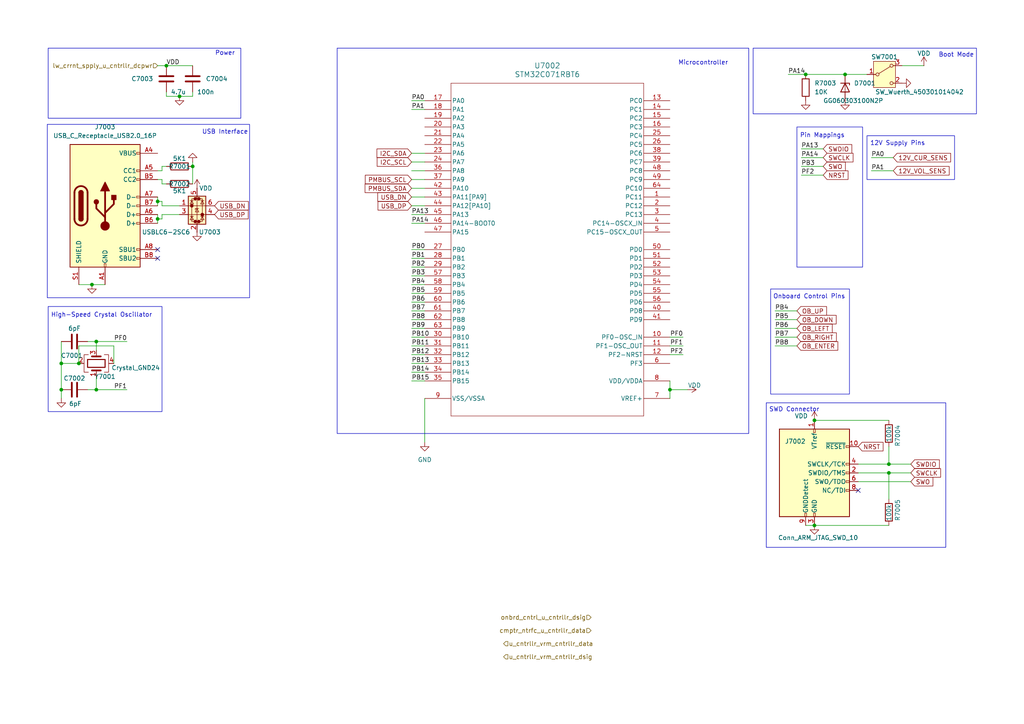
<source format=kicad_sch>
(kicad_sch (version 20231120) (generator "eeschema") (generator_version "8.0")
  (paper "A4")
  (lib_symbols
    (symbol "Connector:Conn_ARM_JTAG_SWD_10" (pin_names (offset 1.016))
      (property "Reference" "J" (at -2.54 16.51 0))
      (property "Value" "Conn_ARM_JTAG_SWD_10" (at -2.54 13.97 0))
      (symbol "Conn_ARM_JTAG_SWD_10_0_1"
        (rectangle (start -10.16 12.7) (end 10.16 -12.7) (stroke (width 0.254)) (fill (type background)))
        (rectangle (start -2.794 -12.7) (end -2.286 -11.684))
        (rectangle (start -0.254 -12.7) (end 0.254 -11.684))
        (rectangle (start -0.254 12.7) (end 0.254 11.684))
        (rectangle (start 9.144 2.286) (end 10.16 2.794))
        (rectangle (start 10.16 -2.794) (end 9.144 -2.286))
        (rectangle (start 10.16 -0.254) (end 9.144 0.254))
        (rectangle (start 10.16 7.874) (end 9.144 7.366))
      )
      (symbol "Conn_ARM_JTAG_SWD_10_1_1"
        (rectangle (start 9.144 -5.334) (end 10.16 -4.826))
        (pin power_in line (at 0 15.24 270) (length 2.54) (name "VTref") (number "1"))
        (pin open_collector line (at 12.7 7.62 180) (length 2.54) (name "~{RESET}") (number "10"))
        (pin bidirectional line (at 12.7 0 180) (length 2.54) (name "SWDIO/TMS") (number "2"))
        (pin power_in line (at 0 -15.24 90) (length 2.54) (name "GND") (number "3"))
        (pin output line (at 12.7 2.54 180) (length 2.54) (name "SWCLK/TCK") (number "4"))
        (pin passive line (at 0 -15.24 90) (length 2.54) hide (name "GND") (number "5"))
        (pin input line (at 12.7 -2.54 180) (length 2.54) (name "SWO/TDO") (number "6"))
        (pin no_connect line (at -10.16 0 0) (length 2.54) hide (name "KEY") (number "7"))
        (pin output line (at 12.7 -5.08 180) (length 2.54) (name "NC/TDI") (number "8"))
        (pin passive line (at -2.54 -15.24 90) (length 2.54) (name "GNDDetect") (number "9"))
      )
    )
    (symbol "Connector:USB_C_Receptacle_USB2.0_16P" (pin_names (offset 1.016))
      (property "Reference" "J" (at 0 22.225 0))
      (property "Value" "USB_C_Receptacle_USB2.0_16P" (at 0 19.685 0))
      (symbol "USB_C_Receptacle_USB2.0_16P_0_0"
        (rectangle (start -0.254 -17.78) (end 0.254 -16.764))
        (rectangle (start 10.16 -14.986) (end 9.144 -15.494))
        (rectangle (start 10.16 -12.446) (end 9.144 -12.954))
        (rectangle (start 10.16 -4.826) (end 9.144 -5.334))
        (rectangle (start 10.16 -2.286) (end 9.144 -2.794))
        (rectangle (start 10.16 0.254) (end 9.144 -0.254))
        (rectangle (start 10.16 2.794) (end 9.144 2.286))
        (rectangle (start 10.16 7.874) (end 9.144 7.366))
        (rectangle (start 10.16 10.414) (end 9.144 9.906))
        (rectangle (start 10.16 15.494) (end 9.144 14.986))
      )
      (symbol "USB_C_Receptacle_USB2.0_16P_0_1"
        (rectangle (start -10.16 17.78) (end 10.16 -17.78) (stroke (width 0.254)) (fill (type background)))
        (arc (start -8.89 -3.81) (mid -6.985 -5.7067) (end -5.08 -3.81) (stroke (width 0.508)))
        (arc (start -7.62 -3.81) (mid -6.985 -4.4423) (end -6.35 -3.81) (stroke (width 0.254)))
        (arc (start -7.62 -3.81) (mid -6.985 -4.4423) (end -6.35 -3.81) (stroke (width 0.254)) (fill (type outline)))
        (rectangle (start -7.62 -3.81) (end -6.35 3.81) (stroke (width 0.254)) (fill (type outline)))
        (arc (start -6.35 3.81) (mid -6.985 4.4423) (end -7.62 3.81) (stroke (width 0.254)))
        (arc (start -6.35 3.81) (mid -6.985 4.4423) (end -7.62 3.81) (stroke (width 0.254)) (fill (type outline)))
        (arc (start -5.08 3.81) (mid -6.985 5.7067) (end -8.89 3.81) (stroke (width 0.508)))
        (circle (center -2.54 1.143) (radius 0.635) (stroke (width 0.254)) (fill (type outline)))
        (circle (center 0 -5.842) (radius 1.27) (fill (type outline)))
        (polyline (pts (xy -8.89 -3.81) (xy -8.89 3.81)) (stroke (width 0.508)))
        (polyline (pts (xy -5.08 3.81) (xy -5.08 -3.81)) (stroke (width 0.508)))
        (polyline (pts (xy 0 -5.842) (xy 0 4.318)) (stroke (width 0.508)))
        (polyline (pts (xy 0 -3.302) (xy -2.54 -0.762) (xy -2.54 0.508)) (stroke (width 0.508)))
        (polyline (pts (xy 0 -2.032) (xy 2.54 0.508) (xy 2.54 1.778)) (stroke (width 0.508)))
        (polyline (pts (xy -1.27 4.318) (xy 0 6.858) (xy 1.27 4.318) (xy -1.27 4.318)) (stroke (width 0.254)) (fill (type outline)))
        (rectangle (start 1.905 1.778) (end 3.175 3.048) (stroke (width 0.254)) (fill (type outline)))
      )
      (symbol "USB_C_Receptacle_USB2.0_16P_1_1"
        (pin passive line (at 0 -22.86 90) (length 5.08) (name "GND") (number "A1"))
        (pin passive line (at 0 -22.86 90) (length 5.08) hide (name "GND") (number "A12"))
        (pin passive line (at 15.24 15.24 180) (length 5.08) (name "VBUS") (number "A4"))
        (pin bidirectional line (at 15.24 10.16 180) (length 5.08) (name "CC1") (number "A5"))
        (pin bidirectional line (at 15.24 -2.54 180) (length 5.08) (name "D+") (number "A6"))
        (pin bidirectional line (at 15.24 2.54 180) (length 5.08) (name "D-") (number "A7"))
        (pin bidirectional line (at 15.24 -12.7 180) (length 5.08) (name "SBU1") (number "A8"))
        (pin passive line (at 15.24 15.24 180) (length 5.08) hide (name "VBUS") (number "A9"))
        (pin passive line (at 0 -22.86 90) (length 5.08) hide (name "GND") (number "B1"))
        (pin passive line (at 0 -22.86 90) (length 5.08) hide (name "GND") (number "B12"))
        (pin passive line (at 15.24 15.24 180) (length 5.08) hide (name "VBUS") (number "B4"))
        (pin bidirectional line (at 15.24 7.62 180) (length 5.08) (name "CC2") (number "B5"))
        (pin bidirectional line (at 15.24 -5.08 180) (length 5.08) (name "D+") (number "B6"))
        (pin bidirectional line (at 15.24 0 180) (length 5.08) (name "D-") (number "B7"))
        (pin bidirectional line (at 15.24 -15.24 180) (length 5.08) (name "SBU2") (number "B8"))
        (pin passive line (at 15.24 15.24 180) (length 5.08) hide (name "VBUS") (number "B9"))
        (pin passive line (at -7.62 -22.86 90) (length 5.08) (name "SHIELD") (number "S1"))
      )
    )
    (symbol "Device:C" (pin_numbers hide) (pin_names (offset 0.254))
      (property "Reference" "C" (at 0.635 2.54 0))
      (property "Value" "C" (at 0.635 -2.54 0))
      (symbol "C_0_1"
        (polyline (pts (xy -2.032 -0.762) (xy 2.032 -0.762)) (stroke (width 0.508)))
        (polyline (pts (xy -2.032 0.762) (xy 2.032 0.762)) (stroke (width 0.508)))
      )
      (symbol "C_1_1"
        (pin passive line (at 0 3.81 270) (length 2.794) (name "~") (number "1"))
        (pin passive line (at 0 -3.81 90) (length 2.794) (name "~") (number "2"))
      )
    )
    (symbol "Device:Crystal_GND24" (pin_names (offset 1.016) hide)
      (property "Reference" "Y" (at 3.175 5.08 0))
      (property "Value" "Crystal_GND24" (at 3.175 3.175 0))
      (symbol "Crystal_GND24_0_1"
        (rectangle (start -1.143 2.54) (end 1.143 -2.54) (stroke (width 0.3048)))
        (polyline (pts (xy -2.54 0) (xy -2.032 0)))
        (polyline (pts (xy -2.032 -1.27) (xy -2.032 1.27)) (stroke (width 0.508)))
        (polyline (pts (xy 0 -3.81) (xy 0 -3.556)))
        (polyline (pts (xy 0 3.556) (xy 0 3.81)))
        (polyline (pts (xy 2.032 -1.27) (xy 2.032 1.27)) (stroke (width 0.508)))
        (polyline (pts (xy 2.032 0) (xy 2.54 0)))
        (polyline (pts (xy -2.54 -2.286) (xy -2.54 -3.556) (xy 2.54 -3.556) (xy 2.54 -2.286)))
        (polyline (pts (xy -2.54 2.286) (xy -2.54 3.556) (xy 2.54 3.556) (xy 2.54 2.286)))
      )
      (symbol "Crystal_GND24_1_1"
        (pin passive line (at -3.81 0 0) (length 1.27) (name "1") (number "1"))
        (pin passive line (at 0 5.08 270) (length 1.27) (name "2") (number "2"))
        (pin passive line (at 3.81 0 180) (length 1.27) (name "3") (number "3"))
        (pin passive line (at 0 -5.08 90) (length 1.27) (name "4") (number "4"))
      )
    )
    (symbol "Device:D_Zener" (pin_numbers hide) (pin_names (offset 1.016) hide)
      (property "Reference" "D" (at 0 2.54 0))
      (property "Value" "D_Zener" (at 0 -2.54 0))
      (symbol "D_Zener_0_1"
        (polyline (pts (xy 1.27 0) (xy -1.27 0)))
        (polyline (pts (xy -1.27 -1.27) (xy -1.27 1.27) (xy -0.762 1.27)) (stroke (width 0.254)))
        (polyline (pts (xy 1.27 -1.27) (xy 1.27 1.27) (xy -1.27 0) (xy 1.27 -1.27)) (stroke (width 0.254)))
      )
      (symbol "D_Zener_1_1"
        (pin passive line (at -3.81 0 0) (length 2.54) (name "K") (number "1"))
        (pin passive line (at 3.81 0 180) (length 2.54) (name "A") (number "2"))
      )
    )
    (symbol "Device:R" (pin_numbers hide) (pin_names (offset 0))
      (property "Reference" "R" (at 2.032 0 90))
      (property "Value" "R" (at 0 0 90))
      (symbol "R_0_1"
        (rectangle (start -1.016 -2.54) (end 1.016 2.54) (stroke (width 0.254)))
      )
      (symbol "R_1_1"
        (pin passive line (at 0 3.81 270) (length 1.27) (name "~") (number "1"))
        (pin passive line (at 0 -3.81 90) (length 1.27) (name "~") (number "2"))
      )
    )
    (symbol "Power_Protection:USBLC6-2SC6" (pin_names hide)
      (property "Reference" "U" (at 0.635 5.715 0))
      (property "Value" "USBLC6-2SC6" (at 0.635 3.81 0))
      (symbol "USBLC6-2SC6_0_0"
        (circle (center -1.524 0) (radius 0.0001) (stroke (width 0.508)))
        (circle (center -0.508 -4.572) (radius 0.0001) (stroke (width 0.508)))
        (circle (center -0.508 2.032) (radius 0.0001) (stroke (width 0.508)))
        (circle (center 0.508 -4.572) (radius 0.0001) (stroke (width 0.508)))
        (circle (center 0.508 2.032) (radius 0.0001) (stroke (width 0.508)))
        (circle (center 1.524 -2.54) (radius 0.0001) (stroke (width 0.508)))
      )
      (symbol "USBLC6-2SC6_0_1"
        (polyline (pts (xy -2.54 -2.54) (xy 2.54 -2.54)))
        (polyline (pts (xy -2.54 0) (xy 2.54 0)))
        (polyline (pts (xy -2.032 -3.048) (xy -1.016 -3.048)))
        (polyline (pts (xy -1.016 1.524) (xy -2.032 1.524)))
        (polyline (pts (xy 1.016 -3.048) (xy 2.032 -3.048)))
        (polyline (pts (xy 1.016 1.524) (xy 2.032 1.524)))
        (polyline (pts (xy -0.508 -1.143) (xy -0.508 -0.762) (xy 0.508 -0.762)))
        (polyline (pts (xy -2.032 0.508) (xy -1.016 0.508) (xy -1.524 1.524) (xy -2.032 0.508)))
        (polyline (pts (xy -1.016 -4.064) (xy -2.032 -4.064) (xy -1.524 -3.048) (xy -1.016 -4.064)))
        (polyline (pts (xy 0.508 -1.778) (xy -0.508 -1.778) (xy 0 -0.762) (xy 0.508 -1.778)))
        (polyline (pts (xy 2.032 -4.064) (xy 1.016 -4.064) (xy 1.524 -3.048) (xy 2.032 -4.064)))
        (polyline (pts (xy 2.032 0.508) (xy 1.016 0.508) (xy 1.524 1.524) (xy 2.032 0.508)))
        (polyline (pts (xy 0 2.54) (xy -0.508 2.032) (xy 0.508 2.032) (xy 0 1.524) (xy 0 -4.064) (xy -0.508 -4.572) (xy 0.508 -4.572) (xy 0 -5.08)))
      )
      (symbol "USBLC6-2SC6_1_1"
        (rectangle (start -2.54 2.794) (end 2.54 -5.334) (stroke (width 0.254)) (fill (type background)))
        (polyline (pts (xy -0.508 2.032) (xy -1.524 2.032) (xy -1.524 -4.572) (xy -0.508 -4.572)))
        (polyline (pts (xy 0.508 -4.572) (xy 1.524 -4.572) (xy 1.524 2.032) (xy 0.508 2.032)))
        (pin passive line (at -5.08 0 0) (length 2.54) (name "I/O1") (number "1"))
        (pin passive line (at 0 -7.62 90) (length 2.54) (name "GND") (number "2"))
        (pin passive line (at -5.08 -2.54 0) (length 2.54) (name "I/O2") (number "3"))
        (pin passive line (at 5.08 -2.54 180) (length 2.54) (name "I/O2") (number "4"))
        (pin passive line (at 0 5.08 270) (length 2.54) (name "VBUS") (number "5"))
        (pin passive line (at 5.08 0 180) (length 2.54) (name "I/O1") (number "6"))
      )
    )
    (symbol "Switch:SW_Wuerth_450301014042" (pin_names (offset 1) hide)
      (property "Reference" "SW" (at 0 5.08 0))
      (property "Value" "SW_Wuerth_450301014042" (at 0 -5.08 0))
      (symbol "SW_Wuerth_450301014042_0_1"
        (circle (center -2.032 0) (radius 0.4572))
        (polyline (pts (xy -1.651 0.254) (xy 1.651 2.286)))
        (circle (center 2.032 -2.54) (radius 0.4572))
        (circle (center 2.032 2.54) (radius 0.4572))
      )
      (symbol "SW_Wuerth_450301014042_1_1"
        (rectangle (start -3.175 3.81) (end 3.175 -3.81) (fill (type background)))
        (pin passive line (at -5.08 0 0) (length 2.54) (name "B") (number "1"))
        (pin passive line (at 5.08 -2.54 180) (length 2.54) (name "C") (number "2"))
        (pin passive line (at 5.08 2.54 180) (length 2.54) (name "A") (number "3"))
      )
    )
    (symbol "Symbol_Library:STM32C071RBT6" (pin_names (offset 0.254))
      (property "Reference" "U" (at 35.56 10.16 0))
      (property "Value" "STM32C071RBT6" (at 35.56 7.62 0))
      (symbol "STM32C071RBT6_0_1"
        (polyline (pts (xy 7.62 -91.44) (xy 63.5 -91.44)) (stroke (width 0.127)))
        (polyline (pts (xy 7.62 5.08) (xy 7.62 -91.44)) (stroke (width 0.127)))
        (polyline (pts (xy 63.5 -91.44) (xy 63.5 5.08)) (stroke (width 0.127)))
        (polyline (pts (xy 63.5 5.08) (xy 7.62 5.08)) (stroke (width 0.127)))
        (pin bidirectional line (at 71.12 -27.94 180) (length 7.62) (name "PC11") (number "1"))
        (pin bidirectional line (at 71.12 -68.58 180) (length 7.62) (name "PF0-OSC_IN") (number "10"))
        (pin bidirectional line (at 71.12 -71.12 180) (length 7.62) (name "PF1-OSC_OUT") (number "11"))
        (pin bidirectional line (at 71.12 -73.66 180) (length 7.62) (name "PF2-NRST") (number "12"))
        (pin bidirectional line (at 71.12 0 180) (length 7.62) (name "PC0") (number "13"))
        (pin bidirectional line (at 71.12 -2.54 180) (length 7.62) (name "PC1") (number "14"))
        (pin bidirectional line (at 71.12 -5.08 180) (length 7.62) (name "PC2") (number "15"))
        (pin bidirectional line (at 71.12 -7.62 180) (length 7.62) (name "PC3") (number "16"))
        (pin bidirectional line (at 0 0 0) (length 7.62) (name "PA0") (number "17"))
        (pin bidirectional line (at 0 -2.54 0) (length 7.62) (name "PA1") (number "18"))
        (pin bidirectional line (at 0 -5.08 0) (length 7.62) (name "PA2") (number "19"))
        (pin bidirectional line (at 71.12 -30.48 180) (length 7.62) (name "PC12") (number "2"))
        (pin bidirectional line (at 0 -7.62 0) (length 7.62) (name "PA3") (number "20"))
        (pin bidirectional line (at 0 -10.16 0) (length 7.62) (name "PA4") (number "21"))
        (pin bidirectional line (at 0 -12.7 0) (length 7.62) (name "PA5") (number "22"))
        (pin bidirectional line (at 0 -15.24 0) (length 7.62) (name "PA6") (number "23"))
        (pin bidirectional line (at 0 -17.78 0) (length 7.62) (name "PA7") (number "24"))
        (pin bidirectional line (at 71.12 -10.16 180) (length 7.62) (name "PC4") (number "25"))
        (pin bidirectional line (at 71.12 -12.7 180) (length 7.62) (name "PC5") (number "26"))
        (pin bidirectional line (at 0 -43.18 0) (length 7.62) (name "PB0") (number "27"))
        (pin bidirectional line (at 0 -45.72 0) (length 7.62) (name "PB1") (number "28"))
        (pin bidirectional line (at 0 -48.26 0) (length 7.62) (name "PB2") (number "29"))
        (pin bidirectional line (at 71.12 -33.02 180) (length 7.62) (name "PC13") (number "3"))
        (pin bidirectional line (at 0 -68.58 0) (length 7.62) (name "PB10") (number "30"))
        (pin bidirectional line (at 0 -71.12 0) (length 7.62) (name "PB11") (number "31"))
        (pin bidirectional line (at 0 -73.66 0) (length 7.62) (name "PB12") (number "32"))
        (pin bidirectional line (at 0 -76.2 0) (length 7.62) (name "PB13") (number "33"))
        (pin bidirectional line (at 0 -78.74 0) (length 7.62) (name "PB14") (number "34"))
        (pin bidirectional line (at 0 -81.28 0) (length 7.62) (name "PB15") (number "35"))
        (pin bidirectional line (at 0 -20.32 0) (length 7.62) (name "PA8") (number "36"))
        (pin bidirectional line (at 0 -22.86 0) (length 7.62) (name "PA9") (number "37"))
        (pin bidirectional line (at 71.12 -15.24 180) (length 7.62) (name "PC6") (number "38"))
        (pin bidirectional line (at 71.12 -17.78 180) (length 7.62) (name "PC7") (number "39"))
        (pin bidirectional line (at 71.12 -35.56 180) (length 7.62) (name "PC14-OSCX_IN") (number "4"))
        (pin bidirectional line (at 71.12 -60.96 180) (length 7.62) (name "PD8") (number "40"))
        (pin bidirectional line (at 71.12 -63.5 180) (length 7.62) (name "PD9") (number "41"))
        (pin bidirectional line (at 0 -25.4 0) (length 7.62) (name "PA10") (number "42"))
        (pin bidirectional line (at 0 -27.94 0) (length 7.62) (name "PA11[PA9]") (number "43"))
        (pin bidirectional line (at 0 -30.48 0) (length 7.62) (name "PA12[PA10]") (number "44"))
        (pin bidirectional line (at 0 -33.02 0) (length 7.62) (name "PA13") (number "45"))
        (pin bidirectional line (at 0 -35.56 0) (length 7.62) (name "PA14-BOOT0") (number "46"))
        (pin bidirectional line (at 0 -38.1 0) (length 7.62) (name "PA15") (number "47"))
        (pin bidirectional line (at 71.12 -20.32 180) (length 7.62) (name "PC8") (number "48"))
        (pin bidirectional line (at 71.12 -22.86 180) (length 7.62) (name "PC9") (number "49"))
        (pin bidirectional line (at 71.12 -38.1 180) (length 7.62) (name "PC15-OSCX_OUT") (number "5"))
        (pin bidirectional line (at 71.12 -43.18 180) (length 7.62) (name "PD0") (number "50"))
        (pin bidirectional line (at 71.12 -45.72 180) (length 7.62) (name "PD1") (number "51"))
        (pin bidirectional line (at 71.12 -48.26 180) (length 7.62) (name "PD2") (number "52"))
        (pin bidirectional line (at 71.12 -50.8 180) (length 7.62) (name "PD3") (number "53"))
        (pin bidirectional line (at 71.12 -53.34 180) (length 7.62) (name "PD4") (number "54"))
        (pin bidirectional line (at 71.12 -55.88 180) (length 7.62) (name "PD5") (number "55"))
        (pin bidirectional line (at 71.12 -58.42 180) (length 7.62) (name "PD6") (number "56"))
        (pin bidirectional line (at 0 -50.8 0) (length 7.62) (name "PB3") (number "57"))
        (pin bidirectional line (at 0 -53.34 0) (length 7.62) (name "PB4") (number "58"))
        (pin bidirectional line (at 0 -55.88 0) (length 7.62) (name "PB5") (number "59"))
        (pin bidirectional line (at 71.12 -76.2 180) (length 7.62) (name "PF3") (number "6"))
        (pin bidirectional line (at 0 -58.42 0) (length 7.62) (name "PB6") (number "60"))
        (pin bidirectional line (at 0 -60.96 0) (length 7.62) (name "PB7") (number "61"))
        (pin bidirectional line (at 0 -63.5 0) (length 7.62) (name "PB8") (number "62"))
        (pin bidirectional line (at 0 -66.04 0) (length 7.62) (name "PB9") (number "63"))
        (pin bidirectional line (at 71.12 -25.4 180) (length 7.62) (name "PC10") (number "64"))
        (pin power_in line (at 71.12 -86.36 180) (length 7.62) (name "VREF+") (number "7"))
        (pin power_in line (at 71.12 -81.28 180) (length 7.62) (name "VDD/VDDA") (number "8"))
        (pin power_in line (at 0 -86.36 0) (length 7.62) (name "VSS/VSSA") (number "9"))
      )
    )
    (symbol "power:GND" (power) (pin_numbers hide) (pin_names (offset 0) hide)
      (property "Value" "GND" (at 0 -3.81 0))
      (symbol "GND_0_1"
        (polyline (pts (xy 0 0) (xy 0 -1.27) (xy 1.27 -1.27) (xy 0 -2.54) (xy -1.27 -1.27) (xy 0 -1.27)))
      )
      (symbol "GND_1_1"
        (pin power_in line (at 0 0 270) (length 0) (name "~") (number "1"))
      )
    )
    (symbol "power:VDD" (power) (pin_numbers hide) (pin_names (offset 0) hide)
      (property "Value" "VDD" (at 0 3.556 0))
      (symbol "VDD_0_1"
        (polyline (pts (xy -0.762 1.27) (xy 0 2.54)))
        (polyline (pts (xy 0 0) (xy 0 2.54)))
        (polyline (pts (xy 0 2.54) (xy 0.762 1.27)))
      )
      (symbol "VDD_1_1"
        (pin power_in line (at 0 0 90) (length 0) (name "~") (number "1"))
      )
    )
  )
  (junction (at 17.78 105.41))
  (junction (at 22.86 105.41))
  (junction (at 233.68 21.59))
  (junction (at 236.22 152.4))
  (junction (at 27.94 113.03))
  (junction (at 17.78 113.03))
  (junction (at 45.72 63.5))
  (junction (at 26.67 82.55))
  (junction (at 245.11 21.59))
  (junction (at 257.81 137.16))
  (junction (at 55.88 48.26))
  (junction (at 45.72 58.42))
  (junction (at 236.22 121.92))
  (junction (at 48.26 19.05))
  (junction (at 257.81 134.62))
  (junction (at 52.07 27.94))
  (junction (at 27.94 99.06))
  (junction (at 194.31 113.03))
  (no_connect (at 45.72 72.39))
  (no_connect (at 248.92 142.24))
  (no_connect (at 45.72 74.93))
  (wire (pts (xy 194.31 102.87) (xy 198.12 102.87)))
  (wire (pts (xy 119.38 110.49) (xy 123.19 110.49)))
  (wire (pts (xy 233.68 152.4) (xy 236.22 152.4)))
  (wire (pts (xy 48.26 27.94) (xy 48.26 26.67)))
  (wire (pts (xy 46.99 53.34) (xy 46.99 52.07)))
  (wire (pts (xy 25.4 113.03) (xy 27.94 113.03)))
  (wire (pts (xy 119.38 95.25) (xy 123.19 95.25)))
  (wire (pts (xy 224.79 95.25) (xy 231.14 95.25)))
  (wire (pts (xy 119.38 54.61) (xy 123.19 54.61)))
  (wire (pts (xy 232.41 43.18) (xy 238.76 43.18)))
  (wire (pts (xy 119.38 46.99) (xy 123.19 46.99)))
  (wire (pts (xy 17.78 105.41) (xy 22.86 105.41)))
  (wire (pts (xy 33.02 100.33) (xy 22.86 100.33)))
  (wire (pts (xy 27.94 99.06) (xy 27.94 101.6)))
  (wire (pts (xy 119.38 72.39) (xy 123.19 72.39)))
  (wire (pts (xy 55.88 26.67) (xy 55.88 27.94)))
  (wire (pts (xy 52.07 27.94) (xy 48.26 27.94)))
  (wire (pts (xy 45.72 58.42) (xy 46.99 58.42)))
  (wire (pts (xy 232.41 50.8) (xy 238.76 50.8)))
  (wire (pts (xy 33.02 105.41) (xy 33.02 100.33)))
  (wire (pts (xy 119.38 74.93) (xy 123.19 74.93)))
  (wire (pts (xy 224.79 92.71) (xy 231.14 92.71)))
  (wire (pts (xy 252.73 49.53) (xy 259.08 49.53)))
  (wire (pts (xy 55.88 46.99) (xy 55.88 48.26)))
  (wire (pts (xy 224.79 90.17) (xy 231.14 90.17)))
  (wire (pts (xy 194.31 110.49) (xy 194.31 113.03)))
  (wire (pts (xy 232.41 48.26) (xy 238.76 48.26)))
  (wire (pts (xy 248.92 137.16) (xy 257.81 137.16)))
  (wire (pts (xy 194.31 113.03) (xy 194.31 115.57)))
  (wire (pts (xy 224.79 97.79) (xy 231.14 97.79)))
  (wire (pts (xy 119.38 31.75) (xy 123.19 31.75)))
  (wire (pts (xy 46.99 59.69) (xy 52.07 59.69)))
  (wire (pts (xy 45.72 19.05) (xy 48.26 19.05)))
  (wire (pts (xy 248.92 139.7) (xy 264.16 139.7)))
  (wire (pts (xy 261.62 19.05) (xy 267.97 19.05)))
  (wire (pts (xy 46.99 59.69) (xy 46.99 58.42)))
  (wire (pts (xy 45.72 62.23) (xy 45.72 63.5)))
  (wire (pts (xy 119.38 87.63) (xy 123.19 87.63)))
  (wire (pts (xy 119.38 92.71) (xy 123.19 92.71)))
  (wire (pts (xy 27.94 113.03) (xy 27.94 109.22)))
  (wire (pts (xy 17.78 99.06) (xy 17.78 105.41)))
  (wire (pts (xy 232.41 45.72) (xy 238.76 45.72)))
  (wire (pts (xy 257.81 137.16) (xy 257.81 144.78)))
  (wire (pts (xy 119.38 100.33) (xy 123.19 100.33)))
  (wire (pts (xy 119.38 102.87) (xy 123.19 102.87)))
  (wire (pts (xy 48.26 19.05) (xy 55.88 19.05)))
  (wire (pts (xy 119.38 64.77) (xy 123.19 64.77)))
  (wire (pts (xy 228.6 21.59) (xy 233.68 21.59)))
  (wire (pts (xy 119.38 62.23) (xy 123.19 62.23)))
  (wire (pts (xy 119.38 77.47) (xy 123.19 77.47)))
  (wire (pts (xy 17.78 113.03) (xy 17.78 115.57)))
  (wire (pts (xy 123.19 115.57) (xy 123.19 128.27)))
  (wire (pts (xy 45.72 57.15) (xy 45.72 58.42)))
  (wire (pts (xy 119.38 52.07) (xy 123.19 52.07)))
  (wire (pts (xy 236.22 152.4) (xy 257.81 152.4)))
  (wire (pts (xy 224.79 100.33) (xy 231.14 100.33)))
  (wire (pts (xy 48.26 53.34) (xy 46.99 53.34)))
  (wire (pts (xy 52.07 27.94) (xy 55.88 27.94)))
  (wire (pts (xy 248.92 134.62) (xy 257.81 134.62)))
  (wire (pts (xy 17.78 105.41) (xy 17.78 113.03)))
  (wire (pts (xy 22.86 100.33) (xy 22.86 105.41)))
  (wire (pts (xy 45.72 63.5) (xy 45.72 64.77)))
  (wire (pts (xy 26.67 82.55) (xy 30.48 82.55)))
  (wire (pts (xy 233.68 21.59) (xy 245.11 21.59)))
  (wire (pts (xy 252.73 45.72) (xy 259.08 45.72)))
  (wire (pts (xy 46.99 48.26) (xy 46.99 49.53)))
  (wire (pts (xy 45.72 63.5) (xy 46.99 63.5)))
  (wire (pts (xy 46.99 62.23) (xy 52.07 62.23)))
  (wire (pts (xy 119.38 44.45) (xy 123.19 44.45)))
  (wire (pts (xy 119.38 107.95) (xy 123.19 107.95)))
  (wire (pts (xy 119.38 80.01) (xy 123.19 80.01)))
  (wire (pts (xy 194.31 100.33) (xy 198.12 100.33)))
  (wire (pts (xy 119.38 105.41) (xy 123.19 105.41)))
  (wire (pts (xy 46.99 63.5) (xy 46.99 62.23)))
  (wire (pts (xy 22.86 82.55) (xy 26.67 82.55)))
  (wire (pts (xy 236.22 121.92) (xy 257.81 121.92)))
  (wire (pts (xy 119.38 85.09) (xy 123.19 85.09)))
  (wire (pts (xy 46.99 49.53) (xy 45.72 49.53)))
  (wire (pts (xy 45.72 58.42) (xy 45.72 59.69)))
  (wire (pts (xy 46.99 48.26) (xy 48.26 48.26)))
  (wire (pts (xy 119.38 90.17) (xy 123.19 90.17)))
  (wire (pts (xy 257.81 137.16) (xy 264.16 137.16)))
  (wire (pts (xy 119.38 59.69) (xy 123.19 59.69)))
  (wire (pts (xy 55.88 48.26) (xy 55.88 53.34)))
  (wire (pts (xy 25.4 99.06) (xy 27.94 99.06)))
  (wire (pts (xy 194.31 113.03) (xy 199.39 113.03)))
  (wire (pts (xy 245.11 21.59) (xy 251.46 21.59)))
  (wire (pts (xy 119.38 29.21) (xy 123.19 29.21)))
  (wire (pts (xy 36.83 99.06) (xy 27.94 99.06)))
  (wire (pts (xy 257.81 129.54) (xy 257.81 134.62)))
  (wire (pts (xy 119.38 49.53) (xy 123.19 49.53)))
  (wire (pts (xy 36.83 113.03) (xy 27.94 113.03)))
  (wire (pts (xy 119.38 97.79) (xy 123.19 97.79)))
  (wire (pts (xy 46.99 52.07) (xy 45.72 52.07)))
  (wire (pts (xy 119.38 82.55) (xy 123.19 82.55)))
  (wire (pts (xy 194.31 97.79) (xy 198.12 97.79)))
  (wire (pts (xy 257.81 134.62) (xy 264.16 134.62)))
  (wire (pts (xy 119.38 57.15) (xy 123.19 57.15)))
  (rectangle (start 13.97 13.97) (end 69.85 34.29))
  (rectangle (start 13.716 36.068) (end 72.39 86.36))
  (rectangle (start 97.79 13.97) (end 217.17 125.73))
  (rectangle (start 231.14 36.83) (end 250.19 77.47))
  (rectangle (start 222.25 116.84) (end 274.32 158.75))
  (rectangle (start 13.97 88.9) (end 46.99 119.38))
  (rectangle (start 223.52 83.82) (end 246.38 114.3))
  (rectangle (start 218.44 13.97) (end 283.21 33.02))
  (rectangle (start 251.46 39.37) (end 276.86 52.07))
  (text "Boot Mode" (at 277.368 16.002 0) (effects (font (size 1.27 1.27))))
  (text "Power" (at 65.278 15.494 0) (effects (font (size 1.27 1.27))))
  (text "Pin Mappings" (at 238.506 39.37 0) (effects (font (size 1.27 1.27))))
  (text "High-Speed Crystal Oscillator" (at 29.464 91.44 0) (effects (font (size 1.27 1.27))))
  (text "SWD Connector" (at 230.378 118.872 0) (effects (font (size 1.27 1.27))))
  (text "USB Interface" (at 65.278 38.354 0) (effects (font (size 1.27 1.27))))
  (text "Onboard Control Pins" (at 234.696 86.106 0) (effects (font (size 1.27 1.27))))
  (text "12V Supply Pins" (at 260.35 41.656 0) (effects (font (size 1.27 1.27))))
  (text "Microcontroller" (at 203.962 18.288 0) (effects (font (size 1.27 1.27))))
  (label "PB4" (at 224.79 90.17 0))
  (label "PB15" (at 119.38 110.49 0))
  (label "PF1" (at 198.12 100.33 180))
  (label "PA14" (at 232.41 45.72 0))
  (label "PB0" (at 119.38 72.39 0))
  (label "VDD" (at 48.26 19.05 0))
  (label "PB11" (at 119.38 100.33 0))
  (label "PA13" (at 119.38 62.23 0))
  (label "PA1" (at 252.73 49.53 0))
  (label "PA13" (at 232.41 43.18 0))
  (label "PA1" (at 119.38 31.75 0))
  (label "PB7" (at 119.38 90.17 0))
  (label "PF2" (at 232.41 50.8 0))
  (label "PB3" (at 232.41 48.26 0))
  (label "PF2" (at 198.12 102.87 180))
  (label "PB2" (at 119.38 77.47 0))
  (label "PB5" (at 224.79 92.71 0))
  (label "PB12" (at 119.38 102.87 0))
  (label "PF0" (at 198.12 97.79 180))
  (label "PF1" (at 36.83 113.03 180))
  (label "PA14" (at 228.6 21.59 0))
  (label "PB8" (at 224.79 100.33 0))
  (label "PA0" (at 119.38 29.21 0))
  (label "PB1" (at 119.38 74.93 0))
  (label "PB5" (at 119.38 85.09 0))
  (label "PA0" (at 252.73 45.72 0))
  (label "PB3" (at 119.38 80.01 0))
  (label "PB9" (at 119.38 95.25 0))
  (label "PA14" (at 119.38 64.77 0))
  (label "PB6" (at 224.79 95.25 0))
  (label "PB10" (at 119.38 97.79 0))
  (label "PB13" (at 119.38 105.41 0))
  (label "PB6" (at 119.38 87.63 0))
  (label "PB14" (at 119.38 107.95 0))
  (label "PB4" (at 119.38 82.55 0))
  (label "PB7" (at 224.79 97.79 0))
  (label "PB8" (at 119.38 92.71 0))
  (label "PF0" (at 36.83 99.06 180))
  (global_label "SWO" (shape input) (at 238.76 48.26 0) (property "Intersheetrefs" "${INTERSHEET_REFS}" (effects (hide yes))))
  (global_label "NRST" (shape input) (at 248.92 129.54 0) (property "Intersheetrefs" "${INTERSHEET_REFS}" (effects (hide yes))))
  (global_label "OB_RIGHT" (shape input) (at 231.14 97.79 0) (property "Intersheetrefs" "${INTERSHEET_REFS}" (effects (hide yes))))
  (global_label "OB_ENTER" (shape input) (at 231.14 100.33 0) (property "Intersheetrefs" "${INTERSHEET_REFS}" (effects (hide yes))))
  (global_label "USB_DP" (shape input) (at 62.23 62.23 0) (property "Intersheetrefs" "${INTERSHEET_REFS}" (effects (hide yes))))
  (global_label "OB_LEFT" (shape input) (at 231.14 95.25 0) (property "Intersheetrefs" "${INTERSHEET_REFS}" (effects (hide yes))))
  (global_label "SWCLK" (shape input) (at 238.76 45.72 0) (property "Intersheetrefs" "${INTERSHEET_REFS}" (effects (hide yes))))
  (global_label "USB_DN" (shape input) (at 62.23 59.69 0) (property "Intersheetrefs" "${INTERSHEET_REFS}" (effects (hide yes))))
  (global_label "USB_DP" (shape input) (at 119.38 59.69 180) (property "Intersheetrefs" "${INTERSHEET_REFS}" (effects (hide yes))))
  (global_label "SWDIO" (shape input) (at 264.16 134.62 0) (property "Intersheetrefs" "${INTERSHEET_REFS}" (effects (hide yes))))
  (global_label "NRST" (shape input) (at 238.76 50.8 0) (property "Intersheetrefs" "${INTERSHEET_REFS}" (effects (hide yes))))
  (global_label "USB_DN" (shape input) (at 119.38 57.15 180) (property "Intersheetrefs" "${INTERSHEET_REFS}" (effects (hide yes))))
  (global_label "I2C_SCL" (shape input) (at 119.38 46.99 180) (property "Intersheetrefs" "${INTERSHEET_REFS}" (effects (hide yes))))
  (global_label "PMBUS_SDA" (shape input) (at 119.38 54.61 180) (property "Intersheetrefs" "${INTERSHEET_REFS}" (effects (hide yes))))
  (global_label "12V_VOL_SENS" (shape input) (at 259.08 49.53 0) (property "Intersheetrefs" "${INTERSHEET_REFS}" (effects (hide yes))))
  (global_label "12V_CUR_SENS" (shape input) (at 259.08 45.72 0) (property "Intersheetrefs" "${INTERSHEET_REFS}" (effects (hide yes))))
  (global_label "SWDIO" (shape input) (at 238.76 43.18 0) (property "Intersheetrefs" "${INTERSHEET_REFS}" (effects (hide yes))))
  (global_label "OB_UP" (shape input) (at 231.14 90.17 0) (property "Intersheetrefs" "${INTERSHEET_REFS}" (effects (hide yes))))
  (global_label "SWCLK" (shape input) (at 264.16 137.16 0) (property "Intersheetrefs" "${INTERSHEET_REFS}" (effects (hide yes))))
  (global_label "SWO" (shape input) (at 264.16 139.7 0) (property "Intersheetrefs" "${INTERSHEET_REFS}" (effects (hide yes))))
  (global_label "OB_DOWN" (shape input) (at 231.14 92.71 0) (property "Intersheetrefs" "${INTERSHEET_REFS}" (effects (hide yes))))
  (global_label "PMBUS_SCL" (shape input) (at 119.38 52.07 180) (property "Intersheetrefs" "${INTERSHEET_REFS}" (effects (hide yes))))
  (global_label "I2C_SDA" (shape input) (at 119.38 44.45 180) (property "Intersheetrefs" "${INTERSHEET_REFS}" (effects (hide yes))))
  (hierarchical_label "cmptr_ntrfc_u_cntrllr_data" (shape input) (at 171.45 182.88 180))
  (hierarchical_label "u_cntrllr_vrm_cntrllr_dsig" (shape input) (at 146.05 190.5 0))
  (hierarchical_label "lw_crrnt_spply_u_cntrllr_dcpwr" (shape input) (at 45.72 19.05 180))
  (hierarchical_label "u_cntrllr_vrm_cntrllr_data" (shape input) (at 146.05 186.69 0))
  (hierarchical_label "onbrd_cntrl_u_cntrllr_dsig" (shape input) (at 171.45 179.07 180))
  (symbol (lib_id "power:GND") (at 233.68 29.21 0) (unit 1)
    (property "Reference" "#PWR07007" (effects (hide yes)))
    (property "Value" "GND" (effects (hide yes)))
    (property "Description" "Power symbol creates a global label with name \"GND\" , ground" (effects (hide yes)))
  )
  (symbol (lib_id "Device:Crystal_GND24") (at 27.94 105.41 90) (unit 1)
    (property "Reference" "Y7001" (at 30.48 109.22 90))
    (property "Value" "Crystal_GND24" (at 39.37 106.68 90))
    (property "Footprint" "Crystal:Crystal_SMD_Abracon_ABM10-4Pin_2.5x2.0mm" (effects (hide yes)))
    (property "Datasheet" "https://www.digikey.com/en/products/detail/abracon-llc/ABM10W-48-0000MHZ-7-D1X-T3/7172572" (effects (hide yes)))
    (property "Description" "Four pin crystal, GND on pins 2 and 4" (effects (hide yes)))
  )
  (symbol (lib_id "power:GND") (at 261.62 24.13 90) (unit 1)
    (property "Reference" "#PWR07004" (effects (hide yes)))
    (property "Value" "GND" (effects (hide yes)))
    (property "Description" "Power symbol creates a global label with name \"GND\" , ground" (effects (hide yes)))
  )
  (symbol (lib_id "Device:C") (at 21.59 99.06 90) (unit 1)
    (property "Reference" "C7001" (at 20.828 103.124 90))
    (property "Value" "6pF" (at 21.59 95.25 90))
    (property "Footprint" "Capacitor_SMD:C_0805_2012Metric" (effects (hide yes)))
    (property "Description" "Unpolarized capacitor" (effects (hide yes)))
  )
  (symbol (lib_id "Device:D_Zener") (at 245.11 25.4 270) (unit 1)
    (property "Reference" "D7001" (at 247.65 24.1299 90) (effects (justify left)))
    (property "Value" "GG060303100N2P" (at 238.76 29.21 90) (effects (justify left)))
    (property "Footprint" "Diode_SMD:D_0603_1608Metric" (effects (hide yes)))
    (property "Datasheet" "https://www.digikey.com/en/products/detail/kyocera-avx/GG060303100N2P/22245452?s=N4IgjCBcpgbFoDGUBmBDANgZwKYBoQB7KAbRAGYBOAJgBZ4BdAgBwBcoQBlVgJwEsAdgHMQAXwIB2WBGghkkdNnxFS4CbTBgArCCYg2Hbv2FjRooA" (effects (hide yes)))
    (property "Description" "TVS Zener diode" (effects (hide yes)))
  )
  (symbol (lib_id "Device:C") (at 48.26 22.86 0) (unit 1)
    (property "Reference" "C7003" (at 38.1 22.86 0) (effects (justify left)))
    (property "Value" "4.7u" (at 49.53 26.67 0) (effects (justify left)))
    (property "Footprint" "Capacitor_SMD:C_0805_2012Metric" (effects (hide yes)))
    (property "Description" "Unpolarized capacitor" (effects (hide yes)))
  )
  (symbol (lib_id "power:VDD") (at 267.97 19.05 0) (unit 1)
    (property "Reference" "#PWR07009" (effects (hide yes)))
    (property "Value" "VDD" (at 267.97 15.494 0))
    (property "Description" "Power symbol creates a global label with name \"VDD\"" (effects (hide yes)))
  )
  (symbol (lib_id "Device:C") (at 21.59 113.03 90) (unit 1)
    (property "Reference" "C7002" (at 21.59 109.728 90))
    (property "Value" "6pF" (at 21.844 117.094 90))
    (property "Footprint" "Capacitor_SMD:C_0805_2012Metric" (effects (hide yes)))
    (property "Description" "Unpolarized capacitor" (effects (hide yes)))
  )
  (symbol (lib_id "Switch:SW_Wuerth_450301014042") (at 256.54 21.59 0) (unit 1)
    (property "Reference" "SW7001" (at 256.54 16.51 0))
    (property "Value" "SW_Wuerth_450301014042" (at 266.7 26.67 0))
    (property "Footprint" "Button_Switch_THT:SW_Slide-03_Wuerth-WS-SLTV_10x2.5x6.4_P2.54mm" (effects (hide yes)))
    (property "Datasheet" "https://www.we-online.com/components/products/datasheet/450301014042.pdf" (effects (hide yes)))
    (property "Description" "Switch slide, single pole double throw" (effects (hide yes)))
  )
  (symbol (lib_id "power:VDD") (at 57.15 54.61 0) (unit 1)
    (property "Reference" "#PWR07012" (effects (hide yes)))
    (property "Value" "VDD" (at 59.69 54.61 0))
    (property "Description" "Power symbol creates a global label with name \"VDD\"" (effects (hide yes)))
  )
  (symbol (lib_id "Device:R") (at 233.68 25.4 180) (unit 1)
    (property "Reference" "R7003" (at 236.22 24.1299 0) (effects (justify right)))
    (property "Value" "10K" (at 236.22 26.6699 0) (effects (justify right)))
    (property "Footprint" "Resistor_SMD:R_0805_2012Metric" (effects (hide yes)))
    (property "Description" "Resistor" (effects (hide yes)))
  )
  (symbol (lib_id "power:GND") (at 52.07 27.94 0) (unit 1)
    (property "Reference" "#PWR07010" (effects (hide yes)))
    (property "Value" "GND" (effects (hide yes)))
    (property "Description" "Power symbol creates a global label with name \"GND\" , ground" (effects (hide yes)))
  )
  (symbol (lib_id "power:GND") (at 26.67 82.55 0) (unit 1)
    (property "Reference" "#PWR07002" (effects (hide yes)))
    (property "Value" "GND" (effects (hide yes)))
    (property "Description" "Power symbol creates a global label with name \"GND\" , ground" (effects (hide yes)))
  )
  (symbol (lib_id "Device:C") (at 55.88 22.86 0) (unit 1)
    (property "Reference" "C7004" (at 59.69 22.86 0) (effects (justify left)))
    (property "Value" "100n" (at 57.15 26.67 0) (effects (justify left)))
    (property "Footprint" "Capacitor_SMD:C_0805_2012Metric" (effects (hide yes)))
    (property "Description" "Unpolarized capacitor" (effects (hide yes)))
  )
  (symbol (lib_id "Device:R") (at 52.07 53.34 90) (unit 1)
    (property "Reference" "R7002" (at 52.07 53.34 90))
    (property "Value" "5K1" (at 52.07 55.372 90))
    (property "Footprint" "Resistor_SMD:R_0805_2012Metric" (effects (hide yes)))
    (property "Description" "Resistor" (effects (hide yes)))
  )
  (symbol (lib_id "power:VDD") (at 236.22 121.92 0) (unit 1)
    (property "Reference" "#PWR07013" (effects (hide yes)))
    (property "Value" "VDD" (at 232.41 120.65 0))
    (property "Description" "Power symbol creates a global label with name \"VDD\"" (effects (hide yes)))
  )
  (symbol (lib_id "power:GND") (at 123.19 128.27 0) (unit 1)
    (property "Reference" "#PWR07005" (effects (hide yes)))
    (property "Value" "GND" (at 123.19 133.35 0))
    (property "Description" "Power symbol creates a global label with name \"GND\" , ground" (effects (hide yes)))
  )
  (symbol (lib_id "power:GND") (at 236.22 152.4 0) (unit 1)
    (property "Reference" "#PWR07014" (effects (hide yes)))
    (property "Value" "GND" (effects (hide yes)))
    (property "Description" "Power symbol creates a global label with name \"GND\" , ground" (effects (hide yes)))
  )
  (symbol (lib_id "Device:R") (at 52.07 48.26 90) (unit 1)
    (property "Reference" "R7001" (at 52.07 48.26 90))
    (property "Value" "5K1" (at 52.07 45.974 90))
    (property "Footprint" "Resistor_SMD:R_0805_2012Metric" (effects (hide yes)))
    (property "Description" "Resistor" (effects (hide yes)))
  )
  (symbol (lib_id "Device:R") (at 257.81 148.59 0) (unit 1)
    (property "Reference" "R7005" (at 260.35 151.13 90) (effects (justify left)))
    (property "Value" "100k" (at 257.81 151.13 90) (effects (justify left)))
    (property "Footprint" "Resistor_SMD:R_0805_2012Metric" (effects (hide yes)))
    (property "Description" "Resistor" (effects (hide yes)))
  )
  (symbol (lib_id "Power_Protection:USBLC6-2SC6") (at 57.15 59.69 0) (unit 1)
    (property "Reference" "U7003" (at 57.658 67.31 0) (effects (justify left)))
    (property "Value" "USBLC6-2SC6" (at 41.148 67.31 0) (effects (justify left)))
    (property "Footprint" "Package_TO_SOT_SMD:SOT-23-6" (effects (hide yes)))
    (property "Datasheet" "https://www.st.com/resource/en/datasheet/usblc6-2.pdf" (effects (hide yes)))
    (property "Description" "Very low capacitance ESD protection diode, 2 data-line, SOT-23-6" (effects (hide yes)))
  )
  (symbol (lib_id "power:GND") (at 17.78 115.57 0) (unit 1)
    (property "Reference" "#PWR07001" (effects (hide yes)))
    (property "Value" "GND" (effects (hide yes)))
    (property "Description" "Power symbol creates a global label with name \"GND\" , ground" (effects (hide yes)))
  )
  (symbol (lib_id "Connector:USB_C_Receptacle_USB2.0_16P") (at 30.48 59.69 0) (unit 1)
    (property "Reference" "J7003" (at 30.48 36.83 0))
    (property "Value" "USB_C_Receptacle_USB2.0_16P" (at 30.48 39.37 0))
    (property "Footprint" "work:12402012E212A_AMP" (effects (hide yes)))
    (property "Datasheet" "https://www.digikey.com/en/products/detail/amphenol-cs-commercial-products/12402012E212A/13683192" (effects (hide yes)))
    (property "Description" "USB 2.0-only 16P Type-C Receptacle connector" (effects (hide yes)))
  )
  (symbol (lib_id "power:GND") (at 57.15 67.31 0) (unit 1)
    (property "Reference" "#PWR07011" (effects (hide yes)))
    (property "Value" "GND" (effects (hide yes)))
    (property "Description" "Power symbol creates a global label with name \"GND\" , ground" (effects (hide yes)))
  )
  (symbol (lib_id "Symbol_Library:STM32C071RBT6") (at 123.19 29.21 0) (unit 1)
    (property "Reference" "U7002" (at 158.75 19.05 0) (effects (font (size 1.524 1.524))))
    (property "Value" "STM32C071RBT6" (at 158.75 21.59 0) (effects (font (size 1.524 1.524))))
    (property "Footprint" "LQFP-64_STM" (effects (hide yes)))
    (property "Datasheet" "https://www.st.com/en/microcontrollers-microprocessors/stm32c071rb.html#documentation" (effects (hide yes)))
  )
  (symbol (lib_id "power:VDD") (at 199.39 113.03 270) (unit 1)
    (property "Reference" "#PWR07006" (effects (hide yes)))
    (property "Value" "VDD" (at 201.422 111.76 90))
    (property "Description" "Power symbol creates a global label with name \"VDD\"" (effects (hide yes)))
  )
  (symbol (lib_id "Connector:Conn_ARM_JTAG_SWD_10") (at 236.22 137.16 0) (unit 1)
    (property "Reference" "J7002" (at 233.68 128.016 0) (effects (justify right)))
    (property "Value" "Conn_ARM_JTAG_SWD_10" (at 248.92 155.956 0) (effects (justify right)))
    (property "Footprint" "work:CNC_3221-10-0100-00" (effects (hide yes)))
    (property "Datasheet" "https://www.digikey.com/en/products/detail/cnc-tech/3221-10-0100-00/4878932" (effects (hide yes)))
    (property "Description" "Cortex Debug Connector, standard ARM Cortex-M SWD and JTAG interface" (effects (hide yes)))
  )
  (symbol (lib_id "Device:R") (at 257.81 125.73 0) (unit 1)
    (property "Reference" "R7004" (at 260.35 129.54 90) (effects (justify left)))
    (property "Value" "100k" (at 257.81 128.27 90) (effects (justify left)))
    (property "Footprint" "Resistor_SMD:R_0805_2012Metric" (effects (hide yes)))
    (property "Description" "Resistor" (effects (hide yes)))
  )
  (symbol (lib_id "power:GND") (at 245.11 29.21 0) (unit 1)
    (property "Reference" "#PWR07008" (effects (hide yes)))
    (property "Value" "GND" (effects (hide yes)))
    (property "Description" "Power symbol creates a global label with name \"GND\" , ground" (effects (hide yes)))
  )
  (symbol (lib_id "power:GND") (at 55.88 46.99 180) (unit 1)
    (property "Reference" "#PWR07003" (effects (hide yes)))
    (property "Value" "GND" (effects (hide yes)))
    (property "Description" "Power symbol creates a global label with name \"GND\" , ground" (effects (hide yes)))
  )
)
</source>
